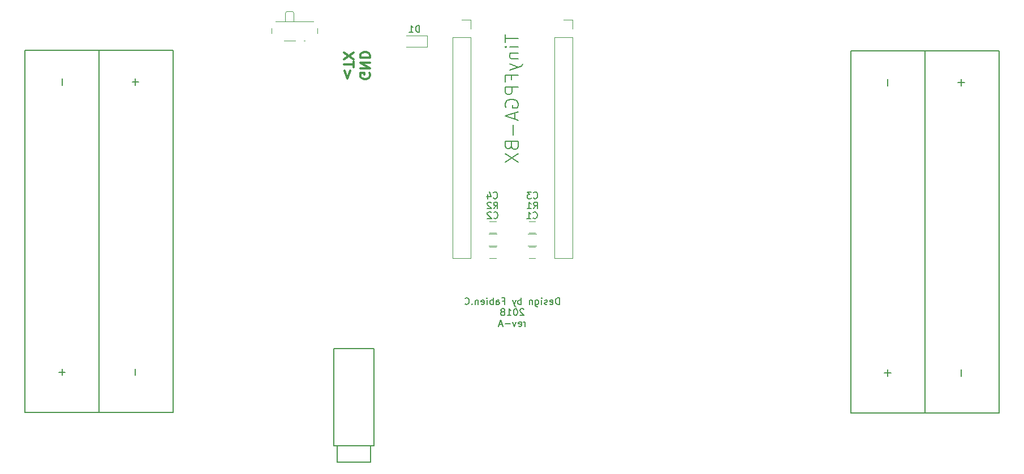
<source format=gbo>
G04 #@! TF.FileFunction,Legend,Bot*
%FSLAX46Y46*%
G04 Gerber Fmt 4.6, Leading zero omitted, Abs format (unit mm)*
G04 Created by KiCad (PCBNEW 4.0.7-e0-6372~58~ubuntu16.10.1) date Tue Sep 25 01:01:21 2018*
%MOMM*%
%LPD*%
G01*
G04 APERTURE LIST*
%ADD10C,0.100000*%
%ADD11C,0.200000*%
%ADD12C,0.140000*%
%ADD13C,0.300000*%
%ADD14C,0.120000*%
%ADD15C,0.150000*%
G04 APERTURE END LIST*
D10*
D11*
X138904762Y-52380952D02*
X138904762Y-53523809D01*
X140904762Y-52952381D02*
X138904762Y-52952381D01*
X140904762Y-54190476D02*
X139571429Y-54190476D01*
X138904762Y-54190476D02*
X139000000Y-54095238D01*
X139095238Y-54190476D01*
X139000000Y-54285715D01*
X138904762Y-54190476D01*
X139095238Y-54190476D01*
X139571429Y-55142857D02*
X140904762Y-55142857D01*
X139761905Y-55142857D02*
X139666667Y-55238096D01*
X139571429Y-55428572D01*
X139571429Y-55714286D01*
X139666667Y-55904762D01*
X139857143Y-56000000D01*
X140904762Y-56000000D01*
X139571429Y-56761905D02*
X140904762Y-57238096D01*
X139571429Y-57714286D02*
X140904762Y-57238096D01*
X141380952Y-57047620D01*
X141476190Y-56952381D01*
X141571429Y-56761905D01*
X139857143Y-59142858D02*
X139857143Y-58476191D01*
X140904762Y-58476191D02*
X138904762Y-58476191D01*
X138904762Y-59428572D01*
X140904762Y-60190477D02*
X138904762Y-60190477D01*
X138904762Y-60952382D01*
X139000000Y-61142858D01*
X139095238Y-61238097D01*
X139285714Y-61333335D01*
X139571429Y-61333335D01*
X139761905Y-61238097D01*
X139857143Y-61142858D01*
X139952381Y-60952382D01*
X139952381Y-60190477D01*
X139000000Y-63238097D02*
X138904762Y-63047620D01*
X138904762Y-62761906D01*
X139000000Y-62476192D01*
X139190476Y-62285716D01*
X139380952Y-62190477D01*
X139761905Y-62095239D01*
X140047619Y-62095239D01*
X140428571Y-62190477D01*
X140619048Y-62285716D01*
X140809524Y-62476192D01*
X140904762Y-62761906D01*
X140904762Y-62952382D01*
X140809524Y-63238097D01*
X140714286Y-63333335D01*
X140047619Y-63333335D01*
X140047619Y-62952382D01*
X140333333Y-64095239D02*
X140333333Y-65047620D01*
X140904762Y-63904763D02*
X138904762Y-64571430D01*
X140904762Y-65238097D01*
X140142857Y-65904763D02*
X140142857Y-67428573D01*
X139857143Y-69047620D02*
X139952381Y-69333334D01*
X140047619Y-69428573D01*
X140238095Y-69523811D01*
X140523810Y-69523811D01*
X140714286Y-69428573D01*
X140809524Y-69333334D01*
X140904762Y-69142858D01*
X140904762Y-68380953D01*
X138904762Y-68380953D01*
X138904762Y-69047620D01*
X139000000Y-69238096D01*
X139095238Y-69333334D01*
X139285714Y-69428573D01*
X139476190Y-69428573D01*
X139666667Y-69333334D01*
X139761905Y-69238096D01*
X139857143Y-69047620D01*
X139857143Y-68380953D01*
X138904762Y-70190477D02*
X140904762Y-71523811D01*
X138904762Y-71523811D02*
X140904762Y-70190477D01*
D12*
X147023810Y-92812381D02*
X147023810Y-91812381D01*
X146785715Y-91812381D01*
X146642857Y-91860000D01*
X146547619Y-91955238D01*
X146500000Y-92050476D01*
X146452381Y-92240952D01*
X146452381Y-92383810D01*
X146500000Y-92574286D01*
X146547619Y-92669524D01*
X146642857Y-92764762D01*
X146785715Y-92812381D01*
X147023810Y-92812381D01*
X145642857Y-92764762D02*
X145738095Y-92812381D01*
X145928572Y-92812381D01*
X146023810Y-92764762D01*
X146071429Y-92669524D01*
X146071429Y-92288571D01*
X146023810Y-92193333D01*
X145928572Y-92145714D01*
X145738095Y-92145714D01*
X145642857Y-92193333D01*
X145595238Y-92288571D01*
X145595238Y-92383810D01*
X146071429Y-92479048D01*
X145214286Y-92764762D02*
X145119048Y-92812381D01*
X144928572Y-92812381D01*
X144833333Y-92764762D01*
X144785714Y-92669524D01*
X144785714Y-92621905D01*
X144833333Y-92526667D01*
X144928572Y-92479048D01*
X145071429Y-92479048D01*
X145166667Y-92431429D01*
X145214286Y-92336190D01*
X145214286Y-92288571D01*
X145166667Y-92193333D01*
X145071429Y-92145714D01*
X144928572Y-92145714D01*
X144833333Y-92193333D01*
X144357143Y-92812381D02*
X144357143Y-92145714D01*
X144357143Y-91812381D02*
X144404762Y-91860000D01*
X144357143Y-91907619D01*
X144309524Y-91860000D01*
X144357143Y-91812381D01*
X144357143Y-91907619D01*
X143452381Y-92145714D02*
X143452381Y-92955238D01*
X143500000Y-93050476D01*
X143547619Y-93098095D01*
X143642858Y-93145714D01*
X143785715Y-93145714D01*
X143880953Y-93098095D01*
X143452381Y-92764762D02*
X143547619Y-92812381D01*
X143738096Y-92812381D01*
X143833334Y-92764762D01*
X143880953Y-92717143D01*
X143928572Y-92621905D01*
X143928572Y-92336190D01*
X143880953Y-92240952D01*
X143833334Y-92193333D01*
X143738096Y-92145714D01*
X143547619Y-92145714D01*
X143452381Y-92193333D01*
X142976191Y-92145714D02*
X142976191Y-92812381D01*
X142976191Y-92240952D02*
X142928572Y-92193333D01*
X142833334Y-92145714D01*
X142690476Y-92145714D01*
X142595238Y-92193333D01*
X142547619Y-92288571D01*
X142547619Y-92812381D01*
X141309524Y-92812381D02*
X141309524Y-91812381D01*
X141309524Y-92193333D02*
X141214286Y-92145714D01*
X141023809Y-92145714D01*
X140928571Y-92193333D01*
X140880952Y-92240952D01*
X140833333Y-92336190D01*
X140833333Y-92621905D01*
X140880952Y-92717143D01*
X140928571Y-92764762D01*
X141023809Y-92812381D01*
X141214286Y-92812381D01*
X141309524Y-92764762D01*
X140500000Y-92145714D02*
X140261905Y-92812381D01*
X140023809Y-92145714D02*
X140261905Y-92812381D01*
X140357143Y-93050476D01*
X140404762Y-93098095D01*
X140500000Y-93145714D01*
X138547618Y-92288571D02*
X138880952Y-92288571D01*
X138880952Y-92812381D02*
X138880952Y-91812381D01*
X138404761Y-91812381D01*
X137595237Y-92812381D02*
X137595237Y-92288571D01*
X137642856Y-92193333D01*
X137738094Y-92145714D01*
X137928571Y-92145714D01*
X138023809Y-92193333D01*
X137595237Y-92764762D02*
X137690475Y-92812381D01*
X137928571Y-92812381D01*
X138023809Y-92764762D01*
X138071428Y-92669524D01*
X138071428Y-92574286D01*
X138023809Y-92479048D01*
X137928571Y-92431429D01*
X137690475Y-92431429D01*
X137595237Y-92383810D01*
X137119047Y-92812381D02*
X137119047Y-91812381D01*
X137119047Y-92193333D02*
X137023809Y-92145714D01*
X136833332Y-92145714D01*
X136738094Y-92193333D01*
X136690475Y-92240952D01*
X136642856Y-92336190D01*
X136642856Y-92621905D01*
X136690475Y-92717143D01*
X136738094Y-92764762D01*
X136833332Y-92812381D01*
X137023809Y-92812381D01*
X137119047Y-92764762D01*
X136214285Y-92812381D02*
X136214285Y-92145714D01*
X136214285Y-91812381D02*
X136261904Y-91860000D01*
X136214285Y-91907619D01*
X136166666Y-91860000D01*
X136214285Y-91812381D01*
X136214285Y-91907619D01*
X135357142Y-92764762D02*
X135452380Y-92812381D01*
X135642857Y-92812381D01*
X135738095Y-92764762D01*
X135785714Y-92669524D01*
X135785714Y-92288571D01*
X135738095Y-92193333D01*
X135642857Y-92145714D01*
X135452380Y-92145714D01*
X135357142Y-92193333D01*
X135309523Y-92288571D01*
X135309523Y-92383810D01*
X135785714Y-92479048D01*
X134880952Y-92145714D02*
X134880952Y-92812381D01*
X134880952Y-92240952D02*
X134833333Y-92193333D01*
X134738095Y-92145714D01*
X134595237Y-92145714D01*
X134499999Y-92193333D01*
X134452380Y-92288571D01*
X134452380Y-92812381D01*
X133976190Y-92717143D02*
X133928571Y-92764762D01*
X133976190Y-92812381D01*
X134023809Y-92764762D01*
X133976190Y-92717143D01*
X133976190Y-92812381D01*
X132928571Y-92717143D02*
X132976190Y-92764762D01*
X133119047Y-92812381D01*
X133214285Y-92812381D01*
X133357143Y-92764762D01*
X133452381Y-92669524D01*
X133500000Y-92574286D01*
X133547619Y-92383810D01*
X133547619Y-92240952D01*
X133500000Y-92050476D01*
X133452381Y-91955238D01*
X133357143Y-91860000D01*
X133214285Y-91812381D01*
X133119047Y-91812381D01*
X132976190Y-91860000D01*
X132928571Y-91907619D01*
X141714286Y-93547619D02*
X141666667Y-93500000D01*
X141571429Y-93452381D01*
X141333333Y-93452381D01*
X141238095Y-93500000D01*
X141190476Y-93547619D01*
X141142857Y-93642857D01*
X141142857Y-93738095D01*
X141190476Y-93880952D01*
X141761905Y-94452381D01*
X141142857Y-94452381D01*
X140523810Y-93452381D02*
X140428571Y-93452381D01*
X140333333Y-93500000D01*
X140285714Y-93547619D01*
X140238095Y-93642857D01*
X140190476Y-93833333D01*
X140190476Y-94071429D01*
X140238095Y-94261905D01*
X140285714Y-94357143D01*
X140333333Y-94404762D01*
X140428571Y-94452381D01*
X140523810Y-94452381D01*
X140619048Y-94404762D01*
X140666667Y-94357143D01*
X140714286Y-94261905D01*
X140761905Y-94071429D01*
X140761905Y-93833333D01*
X140714286Y-93642857D01*
X140666667Y-93547619D01*
X140619048Y-93500000D01*
X140523810Y-93452381D01*
X139238095Y-94452381D02*
X139809524Y-94452381D01*
X139523810Y-94452381D02*
X139523810Y-93452381D01*
X139619048Y-93595238D01*
X139714286Y-93690476D01*
X139809524Y-93738095D01*
X138666667Y-93880952D02*
X138761905Y-93833333D01*
X138809524Y-93785714D01*
X138857143Y-93690476D01*
X138857143Y-93642857D01*
X138809524Y-93547619D01*
X138761905Y-93500000D01*
X138666667Y-93452381D01*
X138476190Y-93452381D01*
X138380952Y-93500000D01*
X138333333Y-93547619D01*
X138285714Y-93642857D01*
X138285714Y-93690476D01*
X138333333Y-93785714D01*
X138380952Y-93833333D01*
X138476190Y-93880952D01*
X138666667Y-93880952D01*
X138761905Y-93928571D01*
X138809524Y-93976190D01*
X138857143Y-94071429D01*
X138857143Y-94261905D01*
X138809524Y-94357143D01*
X138761905Y-94404762D01*
X138666667Y-94452381D01*
X138476190Y-94452381D01*
X138380952Y-94404762D01*
X138333333Y-94357143D01*
X138285714Y-94261905D01*
X138285714Y-94071429D01*
X138333333Y-93976190D01*
X138380952Y-93928571D01*
X138476190Y-93880952D01*
X141928572Y-96092381D02*
X141928572Y-95425714D01*
X141928572Y-95616190D02*
X141880953Y-95520952D01*
X141833334Y-95473333D01*
X141738096Y-95425714D01*
X141642857Y-95425714D01*
X140928571Y-96044762D02*
X141023809Y-96092381D01*
X141214286Y-96092381D01*
X141309524Y-96044762D01*
X141357143Y-95949524D01*
X141357143Y-95568571D01*
X141309524Y-95473333D01*
X141214286Y-95425714D01*
X141023809Y-95425714D01*
X140928571Y-95473333D01*
X140880952Y-95568571D01*
X140880952Y-95663810D01*
X141357143Y-95759048D01*
X140547619Y-95425714D02*
X140309524Y-96092381D01*
X140071428Y-95425714D01*
X139690476Y-95711429D02*
X138928571Y-95711429D01*
X138500000Y-95806667D02*
X138023809Y-95806667D01*
X138595238Y-96092381D02*
X138261905Y-95092381D01*
X137928571Y-96092381D01*
D13*
X118650000Y-58142857D02*
X118721429Y-58285714D01*
X118721429Y-58500000D01*
X118650000Y-58714285D01*
X118507143Y-58857143D01*
X118364286Y-58928571D01*
X118078571Y-59000000D01*
X117864286Y-59000000D01*
X117578571Y-58928571D01*
X117435714Y-58857143D01*
X117292857Y-58714285D01*
X117221429Y-58500000D01*
X117221429Y-58357143D01*
X117292857Y-58142857D01*
X117364286Y-58071428D01*
X117864286Y-58071428D01*
X117864286Y-58357143D01*
X117221429Y-57428571D02*
X118721429Y-57428571D01*
X117221429Y-56571428D01*
X118721429Y-56571428D01*
X117221429Y-55857142D02*
X118721429Y-55857142D01*
X118721429Y-55499999D01*
X118650000Y-55285714D01*
X118507143Y-55142856D01*
X118364286Y-55071428D01*
X118078571Y-54999999D01*
X117864286Y-54999999D01*
X117578571Y-55071428D01*
X117435714Y-55142856D01*
X117292857Y-55285714D01*
X117221429Y-55499999D01*
X117221429Y-55857142D01*
X115771429Y-57789285D02*
X115342857Y-58932142D01*
X114914286Y-57789285D01*
X116271429Y-57289285D02*
X116271429Y-56432142D01*
X114771429Y-56860713D02*
X116271429Y-56860713D01*
X116271429Y-56074999D02*
X114771429Y-55074999D01*
X116271429Y-55074999D02*
X114771429Y-56074999D01*
D14*
X142350000Y-83980000D02*
X143550000Y-83980000D01*
X143550000Y-82220000D02*
X142350000Y-82220000D01*
X143450000Y-85850000D02*
X142450000Y-85850000D01*
X142450000Y-84150000D02*
X143450000Y-84150000D01*
X136550000Y-84150000D02*
X137550000Y-84150000D01*
X137550000Y-85850000D02*
X136550000Y-85850000D01*
X143450000Y-82050000D02*
X142450000Y-82050000D01*
X142450000Y-80350000D02*
X143450000Y-80350000D01*
X136550000Y-80350000D02*
X137550000Y-80350000D01*
X137550000Y-82050000D02*
X136550000Y-82050000D01*
X148980000Y-85849610D02*
X146320000Y-85849610D01*
X148980000Y-52769610D02*
X148980000Y-85849610D01*
X146320000Y-52769610D02*
X146320000Y-85849610D01*
X148980000Y-52769610D02*
X146320000Y-52769610D01*
X148980000Y-51499610D02*
X148980000Y-50169610D01*
X148980000Y-50169610D02*
X147650000Y-50169610D01*
X133740000Y-85849610D02*
X131080000Y-85849610D01*
X133740000Y-52769610D02*
X133740000Y-85849610D01*
X131080000Y-52769610D02*
X131080000Y-85849610D01*
X133740000Y-52769610D02*
X131080000Y-52769610D01*
X133740000Y-51499610D02*
X133740000Y-50169610D01*
X133740000Y-50169610D02*
X132410000Y-50169610D01*
X137650000Y-82220000D02*
X136450000Y-82220000D01*
X136450000Y-83980000D02*
X137650000Y-83980000D01*
D15*
X113750000Y-116450000D02*
X113750000Y-113950000D01*
X118750000Y-116450000D02*
X113750000Y-116450000D01*
X118750000Y-113950000D02*
X118750000Y-116450000D01*
X119250000Y-99450000D02*
X119250000Y-113950000D01*
X113250000Y-99450000D02*
X119250000Y-99450000D01*
X113250000Y-113950000D02*
X113250000Y-99450000D01*
X119250000Y-113950000D02*
X113250000Y-113950000D01*
X196200000Y-59040000D02*
X196200000Y-60040000D01*
X196700000Y-103040000D02*
X195700000Y-103040000D01*
X196200000Y-103540000D02*
X196200000Y-102540000D01*
X207700000Y-59540000D02*
X206700000Y-59540000D01*
X207200000Y-59040000D02*
X207200000Y-60040000D01*
X207200000Y-103540000D02*
X207200000Y-102540000D01*
X190650000Y-54790000D02*
X190650000Y-109090000D01*
X212850000Y-109090000D02*
X212850000Y-54790000D01*
X201750000Y-81940000D02*
X201750000Y-109090000D01*
X201750000Y-109090000D02*
X212850000Y-109090000D01*
X190650000Y-109090000D02*
X201750000Y-109090000D01*
X201750000Y-54790000D02*
X201750000Y-81940000D01*
X201750000Y-54790000D02*
X212850000Y-54790000D01*
X190650000Y-54790000D02*
X201750000Y-54790000D01*
X72600000Y-58940000D02*
X72600000Y-59940000D01*
X73100000Y-102940000D02*
X72100000Y-102940000D01*
X72600000Y-103440000D02*
X72600000Y-102440000D01*
X84100000Y-59440000D02*
X83100000Y-59440000D01*
X83600000Y-58940000D02*
X83600000Y-59940000D01*
X83600000Y-103440000D02*
X83600000Y-102440000D01*
X67050000Y-54690000D02*
X67050000Y-108990000D01*
X89250000Y-108990000D02*
X89250000Y-54690000D01*
X78150000Y-81840000D02*
X78150000Y-108990000D01*
X78150000Y-108990000D02*
X89250000Y-108990000D01*
X67050000Y-108990000D02*
X78150000Y-108990000D01*
X78150000Y-54690000D02*
X78150000Y-81840000D01*
X78150000Y-54690000D02*
X89250000Y-54690000D01*
X67050000Y-54690000D02*
X78150000Y-54690000D01*
D14*
X127250000Y-52550000D02*
X127250000Y-54250000D01*
X127250000Y-54250000D02*
X124100000Y-54250000D01*
X127250000Y-52550000D02*
X124100000Y-52550000D01*
X108800000Y-53250000D02*
X109000000Y-53250000D01*
X106000000Y-49110000D02*
X106200000Y-48900000D01*
X107300000Y-49110000D02*
X107100000Y-48900000D01*
X106000000Y-50400000D02*
X106000000Y-49110000D01*
X106200000Y-48900000D02*
X107100000Y-48900000D01*
X107300000Y-49110000D02*
X107300000Y-50400000D01*
X104550000Y-50400000D02*
X110250000Y-50400000D01*
X105800000Y-53250000D02*
X107500000Y-53250000D01*
X103950000Y-52200000D02*
X103950000Y-51410000D01*
X110850000Y-51410000D02*
X110850000Y-52200000D01*
D15*
X143166666Y-78452381D02*
X143500000Y-77976190D01*
X143738095Y-78452381D02*
X143738095Y-77452381D01*
X143357142Y-77452381D01*
X143261904Y-77500000D01*
X143214285Y-77547619D01*
X143166666Y-77642857D01*
X143166666Y-77785714D01*
X143214285Y-77880952D01*
X143261904Y-77928571D01*
X143357142Y-77976190D01*
X143738095Y-77976190D01*
X142214285Y-78452381D02*
X142785714Y-78452381D01*
X142500000Y-78452381D02*
X142500000Y-77452381D01*
X142595238Y-77595238D01*
X142690476Y-77690476D01*
X142785714Y-77738095D01*
X143116666Y-79857143D02*
X143164285Y-79904762D01*
X143307142Y-79952381D01*
X143402380Y-79952381D01*
X143545238Y-79904762D01*
X143640476Y-79809524D01*
X143688095Y-79714286D01*
X143735714Y-79523810D01*
X143735714Y-79380952D01*
X143688095Y-79190476D01*
X143640476Y-79095238D01*
X143545238Y-79000000D01*
X143402380Y-78952381D01*
X143307142Y-78952381D01*
X143164285Y-79000000D01*
X143116666Y-79047619D01*
X142164285Y-79952381D02*
X142735714Y-79952381D01*
X142450000Y-79952381D02*
X142450000Y-78952381D01*
X142545238Y-79095238D01*
X142640476Y-79190476D01*
X142735714Y-79238095D01*
X137216666Y-79857143D02*
X137264285Y-79904762D01*
X137407142Y-79952381D01*
X137502380Y-79952381D01*
X137645238Y-79904762D01*
X137740476Y-79809524D01*
X137788095Y-79714286D01*
X137835714Y-79523810D01*
X137835714Y-79380952D01*
X137788095Y-79190476D01*
X137740476Y-79095238D01*
X137645238Y-79000000D01*
X137502380Y-78952381D01*
X137407142Y-78952381D01*
X137264285Y-79000000D01*
X137216666Y-79047619D01*
X136835714Y-79047619D02*
X136788095Y-79000000D01*
X136692857Y-78952381D01*
X136454761Y-78952381D01*
X136359523Y-79000000D01*
X136311904Y-79047619D01*
X136264285Y-79142857D01*
X136264285Y-79238095D01*
X136311904Y-79380952D01*
X136883333Y-79952381D01*
X136264285Y-79952381D01*
X143166666Y-76857143D02*
X143214285Y-76904762D01*
X143357142Y-76952381D01*
X143452380Y-76952381D01*
X143595238Y-76904762D01*
X143690476Y-76809524D01*
X143738095Y-76714286D01*
X143785714Y-76523810D01*
X143785714Y-76380952D01*
X143738095Y-76190476D01*
X143690476Y-76095238D01*
X143595238Y-76000000D01*
X143452380Y-75952381D01*
X143357142Y-75952381D01*
X143214285Y-76000000D01*
X143166666Y-76047619D01*
X142833333Y-75952381D02*
X142214285Y-75952381D01*
X142547619Y-76333333D01*
X142404761Y-76333333D01*
X142309523Y-76380952D01*
X142261904Y-76428571D01*
X142214285Y-76523810D01*
X142214285Y-76761905D01*
X142261904Y-76857143D01*
X142309523Y-76904762D01*
X142404761Y-76952381D01*
X142690476Y-76952381D01*
X142785714Y-76904762D01*
X142833333Y-76857143D01*
X137166666Y-76857143D02*
X137214285Y-76904762D01*
X137357142Y-76952381D01*
X137452380Y-76952381D01*
X137595238Y-76904762D01*
X137690476Y-76809524D01*
X137738095Y-76714286D01*
X137785714Y-76523810D01*
X137785714Y-76380952D01*
X137738095Y-76190476D01*
X137690476Y-76095238D01*
X137595238Y-76000000D01*
X137452380Y-75952381D01*
X137357142Y-75952381D01*
X137214285Y-76000000D01*
X137166666Y-76047619D01*
X136309523Y-76285714D02*
X136309523Y-76952381D01*
X136547619Y-75904762D02*
X136785714Y-76619048D01*
X136166666Y-76619048D01*
X137216666Y-78452381D02*
X137550000Y-77976190D01*
X137788095Y-78452381D02*
X137788095Y-77452381D01*
X137407142Y-77452381D01*
X137311904Y-77500000D01*
X137264285Y-77547619D01*
X137216666Y-77642857D01*
X137216666Y-77785714D01*
X137264285Y-77880952D01*
X137311904Y-77928571D01*
X137407142Y-77976190D01*
X137788095Y-77976190D01*
X136835714Y-77547619D02*
X136788095Y-77500000D01*
X136692857Y-77452381D01*
X136454761Y-77452381D01*
X136359523Y-77500000D01*
X136311904Y-77547619D01*
X136264285Y-77642857D01*
X136264285Y-77738095D01*
X136311904Y-77880952D01*
X136883333Y-78452381D01*
X136264285Y-78452381D01*
X126088095Y-52002381D02*
X126088095Y-51002381D01*
X125850000Y-51002381D01*
X125707142Y-51050000D01*
X125611904Y-51145238D01*
X125564285Y-51240476D01*
X125516666Y-51430952D01*
X125516666Y-51573810D01*
X125564285Y-51764286D01*
X125611904Y-51859524D01*
X125707142Y-51954762D01*
X125850000Y-52002381D01*
X126088095Y-52002381D01*
X124564285Y-52002381D02*
X125135714Y-52002381D01*
X124850000Y-52002381D02*
X124850000Y-51002381D01*
X124945238Y-51145238D01*
X125040476Y-51240476D01*
X125135714Y-51288095D01*
M02*

</source>
